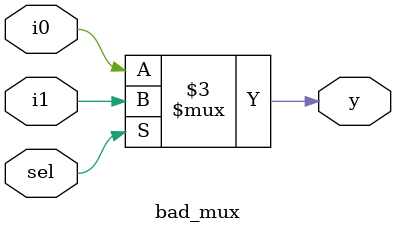
<source format=v>
module bad_mux (
	input 		i0 , 
	input 		i1 , 
	input 		sel, 
	output 	reg 	y
);

always @ (sel)
begin
	if(sel)
		y <= i1;
	else 
		y <= i0;
end

endmodule

</source>
